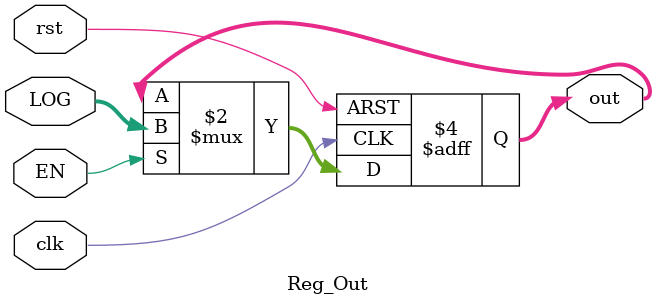
<source format=v>
`timescale 1ns / 1ps
module Reg_Out(input wire [1:0] LOG, //Variables obtenidas en el bloque combinacional
	input wire EN, //Habilitador del registro
	input wire rst, //Reset del registro
	input wire clk, 
	output reg [1:0] out //Salida desl sistema
    );

always @ (posedge clk or posedge rst)
begin
	if (rst) begin //Inicialización de la salida con el reset
		out <= 2'b0;
	end
	else if (EN) begin //Evalua si el habilitador da paso a la actualización de la salida
		out <= LOG;
	end
end

endmodule

</source>
